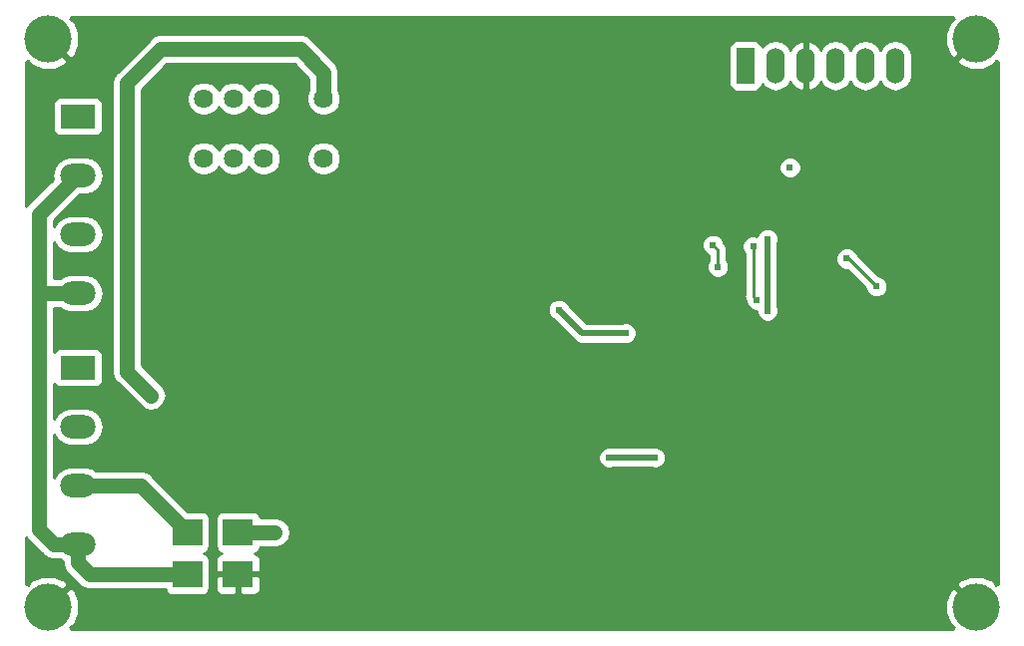
<source format=gbl>
G04 #@! TF.GenerationSoftware,KiCad,Pcbnew,5.0.0-fee4fd1~66~ubuntu18.04.1*
G04 #@! TF.CreationDate,2018-12-28T16:36:32-07:00*
G04 #@! TF.ProjectId,transceiver_test,7472616E736365697665725F74657374,rev?*
G04 #@! TF.SameCoordinates,Original*
G04 #@! TF.FileFunction,Copper,L2,Bot,Signal*
G04 #@! TF.FilePolarity,Positive*
%FSLAX46Y46*%
G04 Gerber Fmt 4.6, Leading zero omitted, Abs format (unit mm)*
G04 Created by KiCad (PCBNEW 5.0.0-fee4fd1~66~ubuntu18.04.1) date Fri Dec 28 16:36:32 2018*
%MOMM*%
%LPD*%
G01*
G04 APERTURE LIST*
G04 #@! TA.AperFunction,SMDPad,CuDef*
%ADD10R,2.500000X2.300000*%
G04 #@! TD*
G04 #@! TA.AperFunction,ComponentPad*
%ADD11R,3.000000X2.000000*%
G04 #@! TD*
G04 #@! TA.AperFunction,ComponentPad*
%ADD12O,3.000000X2.000000*%
G04 #@! TD*
G04 #@! TA.AperFunction,ComponentPad*
%ADD13R,1.524000X3.048000*%
G04 #@! TD*
G04 #@! TA.AperFunction,ComponentPad*
%ADD14O,1.524000X3.048000*%
G04 #@! TD*
G04 #@! TA.AperFunction,ComponentPad*
%ADD15C,1.625000*%
G04 #@! TD*
G04 #@! TA.AperFunction,ComponentPad*
%ADD16C,4.000000*%
G04 #@! TD*
G04 #@! TA.AperFunction,ViaPad*
%ADD17C,0.609600*%
G04 #@! TD*
G04 #@! TA.AperFunction,Conductor*
%ADD18C,0.508000*%
G04 #@! TD*
G04 #@! TA.AperFunction,Conductor*
%ADD19C,1.270000*%
G04 #@! TD*
G04 #@! TA.AperFunction,Conductor*
%ADD20C,0.254000*%
G04 #@! TD*
G04 APERTURE END LIST*
D10*
G04 #@! TO.P,D11,C*
G04 #@! TO.N,/Power/VIN*
X31360000Y-77470000D03*
G04 #@! TO.P,D11,A*
G04 #@! TO.N,/VIN_AC*
X27060000Y-77470000D03*
G04 #@! TD*
G04 #@! TO.P,D12,C*
G04 #@! TO.N,/VIN_GND*
X27060000Y-81026000D03*
G04 #@! TO.P,D12,A*
G04 #@! TO.N,GND*
X31360000Y-81026000D03*
G04 #@! TD*
D11*
G04 #@! TO.P,J1,1*
G04 #@! TO.N,/RF_IN*
X17780000Y-63500000D03*
D12*
G04 #@! TO.P,J1,2*
G04 #@! TO.N,/RF_OUT*
X17780000Y-68500000D03*
G04 #@! TO.P,J1,3*
G04 #@! TO.N,/VIN_AC*
X17780000Y-73500000D03*
G04 #@! TO.P,J1,4*
G04 #@! TO.N,/VIN_GND*
X17780000Y-78500000D03*
G04 #@! TD*
G04 #@! TO.P,J2,4*
G04 #@! TO.N,/VIN_GND*
X17780000Y-57164000D03*
G04 #@! TO.P,J2,3*
G04 #@! TO.N,/SW_24V_2*
X17780000Y-52164000D03*
G04 #@! TO.P,J2,2*
G04 #@! TO.N,/VIN_GND*
X17780000Y-47164000D03*
D11*
G04 #@! TO.P,J2,1*
G04 #@! TO.N,/SW_24V_1*
X17780000Y-42164000D03*
G04 #@! TD*
D13*
G04 #@! TO.P,J3,1*
G04 #@! TO.N,/MCLR*
X74422000Y-37846000D03*
D14*
G04 #@! TO.P,J3,2*
G04 #@! TO.N,Net-(J3-Pad2)*
X76962000Y-37846000D03*
G04 #@! TO.P,J3,3*
G04 #@! TO.N,GND*
X79502000Y-37846000D03*
G04 #@! TO.P,J3,4*
G04 #@! TO.N,/ICSPDAT*
X82042000Y-37846000D03*
G04 #@! TO.P,J3,5*
G04 #@! TO.N,/ICSPCLK*
X84582000Y-37846000D03*
G04 #@! TO.P,J3,6*
G04 #@! TO.N,Net-(J3-Pad6)*
X87122000Y-37846000D03*
G04 #@! TD*
D15*
G04 #@! TO.P,U1,1*
G04 #@! TO.N,+5V*
X38608000Y-40640000D03*
G04 #@! TO.P,U1,3*
G04 #@! TO.N,Net-(U1-Pad3)*
X33528000Y-40640000D03*
G04 #@! TO.P,U1,4*
G04 #@! TO.N,/VIN_AC*
X30988000Y-40640000D03*
G04 #@! TO.P,U1,5*
G04 #@! TO.N,/SW_24V_1*
X28448000Y-40640000D03*
G04 #@! TO.P,U1,8*
G04 #@! TO.N,/SW_24V_2*
X28448000Y-45720000D03*
G04 #@! TO.P,U1,9*
G04 #@! TO.N,/VIN_AC*
X30988000Y-45720000D03*
G04 #@! TO.P,U1,10*
G04 #@! TO.N,Net-(U1-Pad10)*
X33528000Y-45720000D03*
G04 #@! TO.P,U1,12*
G04 #@! TO.N,Net-(D3-PadA)*
X38608000Y-45720000D03*
G04 #@! TD*
D16*
G04 #@! TO.P,M1,1*
G04 #@! TO.N,GND*
X93980000Y-83820000D03*
G04 #@! TD*
G04 #@! TO.P,M2,1*
G04 #@! TO.N,GND*
X15240000Y-83820000D03*
G04 #@! TD*
G04 #@! TO.P,M3,1*
G04 #@! TO.N,GND*
X93980000Y-35560000D03*
G04 #@! TD*
G04 #@! TO.P,M4,1*
G04 #@! TO.N,GND*
X15240000Y-35560000D03*
G04 #@! TD*
D17*
G04 #@! TO.N,GND*
X31496000Y-74676000D03*
X31496000Y-75438000D03*
X29464000Y-84074000D03*
X31470600Y-58902600D03*
X34442400Y-62179200D03*
X36753800Y-59283600D03*
X59944000Y-71678800D03*
X67310000Y-66294000D03*
X42646600Y-63779400D03*
X43611800Y-63779400D03*
X69519800Y-55727600D03*
X39192200Y-51866800D03*
X46482000Y-41706800D03*
X76581000Y-65252600D03*
X67716400Y-82753200D03*
X52578000Y-46482000D03*
X55956200Y-52070000D03*
X52451000Y-52070000D03*
X49326800Y-58013600D03*
X81635600Y-50266600D03*
X88925400Y-50139600D03*
X82118200Y-74193400D03*
X86436200Y-74066400D03*
X90728800Y-74117200D03*
X84023200Y-68529200D03*
X38074600Y-83058000D03*
X45135800Y-76022200D03*
X41478200Y-71602600D03*
X26771600Y-52628800D03*
G04 #@! TO.N,+5V*
X66725800Y-71120000D03*
X62814200Y-71120000D03*
X23977600Y-65836800D03*
G04 #@! TO.N,+3V3*
X78181200Y-46482000D03*
X76276200Y-58648600D03*
X76276200Y-52552600D03*
X64262000Y-60553600D03*
X58572400Y-58572400D03*
G04 #@! TO.N,/Power/VIN*
X34493200Y-77470000D03*
G04 #@! TO.N,/GPIO3*
X83007200Y-54229000D03*
X85521800Y-56591200D03*
G04 #@! TO.N,/UART_RX*
X71653400Y-53060600D03*
X72059800Y-54914800D03*
G04 #@! TO.N,/SW_1*
X75057000Y-53187600D03*
X75387200Y-57734200D03*
G04 #@! TD*
D18*
G04 #@! TO.N,GND*
X52451000Y-52070000D02*
X52425600Y-52070000D01*
X88925400Y-50139600D02*
X88925400Y-50241200D01*
G04 #@! TO.N,+5V*
X62814200Y-71120000D02*
X66725800Y-71120000D01*
D19*
X38608000Y-38404800D02*
X38608000Y-40640000D01*
X23977600Y-65836800D02*
X21945600Y-63804800D01*
X21945600Y-63804800D02*
X21945600Y-39319200D01*
X21945600Y-39319200D02*
X24815800Y-36449000D01*
X24815800Y-36449000D02*
X36652200Y-36449000D01*
X36652200Y-36449000D02*
X38608000Y-38404800D01*
D18*
G04 #@! TO.N,+3V3*
X76276200Y-58648600D02*
X76276200Y-52552600D01*
X60553600Y-60553600D02*
X64262000Y-60553600D01*
X58572400Y-58572400D02*
X60553600Y-60553600D01*
D19*
G04 #@! TO.N,/Power/VIN*
X31360000Y-77470000D02*
X34493200Y-77470000D01*
G04 #@! TO.N,/VIN_AC*
X17780000Y-73500000D02*
X23090000Y-73500000D01*
X23090000Y-73500000D02*
X27060000Y-77470000D01*
G04 #@! TO.N,/VIN_GND*
X17780000Y-78500000D02*
X17780000Y-80010000D01*
X18796000Y-81026000D02*
X27060000Y-81026000D01*
X17780000Y-80010000D02*
X18796000Y-81026000D01*
X17780000Y-78500000D02*
X15762000Y-78500000D01*
X14478000Y-50466000D02*
X17780000Y-47164000D01*
X14478000Y-77216000D02*
X14478000Y-57150000D01*
X14478000Y-57150000D02*
X14478000Y-50466000D01*
X15762000Y-78500000D02*
X14478000Y-77216000D01*
X17780000Y-57164000D02*
X14478000Y-57164000D01*
X14478000Y-57164000D02*
X14478000Y-57150000D01*
D20*
G04 #@! TO.N,/GPIO3*
X83159600Y-54229000D02*
X83007200Y-54229000D01*
X85521800Y-56591200D02*
X83159600Y-54229000D01*
G04 #@! TO.N,/UART_RX*
X72059800Y-53467000D02*
X71653400Y-53060600D01*
X72059800Y-54914800D02*
X72059800Y-53467000D01*
G04 #@! TO.N,/SW_1*
X75057000Y-57404000D02*
X75057000Y-53187600D01*
X75387200Y-57734200D02*
X75057000Y-57404000D01*
G04 #@! TD*
G04 #@! TO.N,GND*
G36*
X91992226Y-33751834D02*
X92104977Y-33864585D01*
X91734257Y-34085353D01*
X91340881Y-35057012D01*
X91349287Y-36105247D01*
X91734257Y-37034647D01*
X92104978Y-37255416D01*
X93800395Y-35560000D01*
X93786252Y-35545858D01*
X93965858Y-35366252D01*
X93980000Y-35380395D01*
X93994142Y-35366252D01*
X94173748Y-35545858D01*
X94159605Y-35560000D01*
X94173748Y-35574142D01*
X93994142Y-35753748D01*
X93980000Y-35739605D01*
X92284584Y-37435022D01*
X92505353Y-37805743D01*
X93477012Y-38199119D01*
X94525247Y-38190713D01*
X95454647Y-37805743D01*
X95675415Y-37435023D01*
X95788166Y-37547774D01*
X95810001Y-37525939D01*
X95810000Y-81854060D01*
X95788166Y-81832226D01*
X95675415Y-81944977D01*
X95454647Y-81574257D01*
X94482988Y-81180881D01*
X93434753Y-81189287D01*
X92505353Y-81574257D01*
X92284584Y-81944978D01*
X93980000Y-83640395D01*
X93994142Y-83626252D01*
X94173748Y-83805858D01*
X94159605Y-83820000D01*
X94173748Y-83834142D01*
X93994142Y-84013748D01*
X93980000Y-83999605D01*
X93965858Y-84013748D01*
X93786252Y-83834142D01*
X93800395Y-83820000D01*
X92104978Y-82124584D01*
X91734257Y-82345353D01*
X91340881Y-83317012D01*
X91349287Y-84365247D01*
X91734257Y-85294647D01*
X92104977Y-85515415D01*
X91992226Y-85628166D01*
X92014060Y-85650000D01*
X17205940Y-85650000D01*
X17227774Y-85628166D01*
X17115023Y-85515415D01*
X17485743Y-85294647D01*
X17879119Y-84322988D01*
X17870713Y-83274753D01*
X17485743Y-82345353D01*
X17115022Y-82124584D01*
X15419605Y-83820000D01*
X15433748Y-83834142D01*
X15254142Y-84013748D01*
X15240000Y-83999605D01*
X15225858Y-84013748D01*
X15046252Y-83834142D01*
X15060395Y-83820000D01*
X15046252Y-83805858D01*
X15225858Y-83626252D01*
X15240000Y-83640395D01*
X16935416Y-81944978D01*
X16714647Y-81574257D01*
X15742988Y-81180881D01*
X14694753Y-81189287D01*
X13765353Y-81574257D01*
X13544585Y-81944977D01*
X13431834Y-81832226D01*
X13410000Y-81854060D01*
X13410000Y-77903562D01*
X13562382Y-78131618D01*
X13668421Y-78202471D01*
X14775530Y-79309581D01*
X14846382Y-79415618D01*
X14952418Y-79486469D01*
X14952419Y-79486470D01*
X14997064Y-79516301D01*
X15266471Y-79696313D01*
X15636920Y-79770000D01*
X15636924Y-79770000D01*
X15761999Y-79794879D01*
X15887074Y-79770000D01*
X16237768Y-79770000D01*
X16498241Y-79944042D01*
X16485121Y-80010000D01*
X16510000Y-80135075D01*
X16510000Y-80135080D01*
X16526180Y-80216419D01*
X16583688Y-80505529D01*
X16793530Y-80819580D01*
X16793532Y-80819582D01*
X16864383Y-80925618D01*
X16970419Y-80996469D01*
X17809530Y-81835581D01*
X17880382Y-81941618D01*
X18300471Y-82222313D01*
X18670920Y-82296000D01*
X18670925Y-82296000D01*
X18796000Y-82320879D01*
X18921075Y-82296000D01*
X25186429Y-82296000D01*
X25211843Y-82423765D01*
X25352191Y-82633809D01*
X25562235Y-82774157D01*
X25810000Y-82823440D01*
X28310000Y-82823440D01*
X28557765Y-82774157D01*
X28767809Y-82633809D01*
X28908157Y-82423765D01*
X28957440Y-82176000D01*
X28957440Y-81311750D01*
X29475000Y-81311750D01*
X29475000Y-82302310D01*
X29571673Y-82535699D01*
X29750302Y-82714327D01*
X29983691Y-82811000D01*
X31074250Y-82811000D01*
X31233000Y-82652250D01*
X31233000Y-81153000D01*
X31487000Y-81153000D01*
X31487000Y-82652250D01*
X31645750Y-82811000D01*
X32736309Y-82811000D01*
X32969698Y-82714327D01*
X33148327Y-82535699D01*
X33245000Y-82302310D01*
X33245000Y-81311750D01*
X33086250Y-81153000D01*
X31487000Y-81153000D01*
X31233000Y-81153000D01*
X29633750Y-81153000D01*
X29475000Y-81311750D01*
X28957440Y-81311750D01*
X28957440Y-79876000D01*
X28908157Y-79628235D01*
X28767809Y-79418191D01*
X28557765Y-79277843D01*
X28407733Y-79248000D01*
X28557765Y-79218157D01*
X28767809Y-79077809D01*
X28908157Y-78867765D01*
X28957440Y-78620000D01*
X28957440Y-76320000D01*
X29462560Y-76320000D01*
X29462560Y-78620000D01*
X29511843Y-78867765D01*
X29652191Y-79077809D01*
X29862235Y-79218157D01*
X29981545Y-79241889D01*
X29750302Y-79337673D01*
X29571673Y-79516301D01*
X29475000Y-79749690D01*
X29475000Y-80740250D01*
X29633750Y-80899000D01*
X31233000Y-80899000D01*
X31233000Y-80879000D01*
X31487000Y-80879000D01*
X31487000Y-80899000D01*
X33086250Y-80899000D01*
X33245000Y-80740250D01*
X33245000Y-79749690D01*
X33148327Y-79516301D01*
X32969698Y-79337673D01*
X32738455Y-79241889D01*
X32857765Y-79218157D01*
X33067809Y-79077809D01*
X33208157Y-78867765D01*
X33233571Y-78740000D01*
X34618280Y-78740000D01*
X34988729Y-78666313D01*
X35408818Y-78385618D01*
X35689513Y-77965529D01*
X35788080Y-77470000D01*
X35689513Y-76974471D01*
X35408818Y-76554382D01*
X34988729Y-76273687D01*
X34618280Y-76200000D01*
X33233571Y-76200000D01*
X33208157Y-76072235D01*
X33067809Y-75862191D01*
X32857765Y-75721843D01*
X32610000Y-75672560D01*
X30110000Y-75672560D01*
X29862235Y-75721843D01*
X29652191Y-75862191D01*
X29511843Y-76072235D01*
X29462560Y-76320000D01*
X28957440Y-76320000D01*
X28908157Y-76072235D01*
X28767809Y-75862191D01*
X28557765Y-75721843D01*
X28310000Y-75672560D01*
X27058611Y-75672560D01*
X24076471Y-72690421D01*
X24005618Y-72584382D01*
X23585529Y-72303687D01*
X23215080Y-72230000D01*
X23215075Y-72230000D01*
X23090000Y-72205121D01*
X22964925Y-72230000D01*
X19322232Y-72230000D01*
X18917945Y-71959864D01*
X18441031Y-71865000D01*
X17118969Y-71865000D01*
X16642055Y-71959864D01*
X16101231Y-72321231D01*
X15748000Y-72849879D01*
X15748000Y-70933062D01*
X61874400Y-70933062D01*
X61874400Y-71306938D01*
X62017476Y-71652354D01*
X62281846Y-71916724D01*
X62627262Y-72059800D01*
X63001138Y-72059800D01*
X63123780Y-72009000D01*
X66416220Y-72009000D01*
X66538862Y-72059800D01*
X66912738Y-72059800D01*
X67258154Y-71916724D01*
X67522524Y-71652354D01*
X67665600Y-71306938D01*
X67665600Y-70933062D01*
X67522524Y-70587646D01*
X67258154Y-70323276D01*
X66912738Y-70180200D01*
X66538862Y-70180200D01*
X66416220Y-70231000D01*
X63123780Y-70231000D01*
X63001138Y-70180200D01*
X62627262Y-70180200D01*
X62281846Y-70323276D01*
X62017476Y-70587646D01*
X61874400Y-70933062D01*
X15748000Y-70933062D01*
X15748000Y-69150121D01*
X16101231Y-69678769D01*
X16642055Y-70040136D01*
X17118969Y-70135000D01*
X18441031Y-70135000D01*
X18917945Y-70040136D01*
X19458769Y-69678769D01*
X19820136Y-69137945D01*
X19947031Y-68500000D01*
X19820136Y-67862055D01*
X19458769Y-67321231D01*
X18917945Y-66959864D01*
X18441031Y-66865000D01*
X17118969Y-66865000D01*
X16642055Y-66959864D01*
X16101231Y-67321231D01*
X15748000Y-67849879D01*
X15748000Y-64846775D01*
X15822191Y-64957809D01*
X16032235Y-65098157D01*
X16280000Y-65147440D01*
X19280000Y-65147440D01*
X19527765Y-65098157D01*
X19737809Y-64957809D01*
X19878157Y-64747765D01*
X19927440Y-64500000D01*
X19927440Y-62500000D01*
X19878157Y-62252235D01*
X19737809Y-62042191D01*
X19527765Y-61901843D01*
X19280000Y-61852560D01*
X16280000Y-61852560D01*
X16032235Y-61901843D01*
X15822191Y-62042191D01*
X15748000Y-62153225D01*
X15748000Y-58434000D01*
X16237768Y-58434000D01*
X16642055Y-58704136D01*
X17118969Y-58799000D01*
X18441031Y-58799000D01*
X18917945Y-58704136D01*
X19458769Y-58342769D01*
X19820136Y-57801945D01*
X19947031Y-57164000D01*
X19820136Y-56526055D01*
X19458769Y-55985231D01*
X18917945Y-55623864D01*
X18441031Y-55529000D01*
X17118969Y-55529000D01*
X16642055Y-55623864D01*
X16237768Y-55894000D01*
X15748000Y-55894000D01*
X15748000Y-52814121D01*
X16101231Y-53342769D01*
X16642055Y-53704136D01*
X17118969Y-53799000D01*
X18441031Y-53799000D01*
X18917945Y-53704136D01*
X19458769Y-53342769D01*
X19820136Y-52801945D01*
X19947031Y-52164000D01*
X19820136Y-51526055D01*
X19458769Y-50985231D01*
X18917945Y-50623864D01*
X18441031Y-50529000D01*
X17118969Y-50529000D01*
X16642055Y-50623864D01*
X16101231Y-50985231D01*
X15748000Y-51513879D01*
X15748000Y-50992050D01*
X17941051Y-48799000D01*
X18441031Y-48799000D01*
X18917945Y-48704136D01*
X19458769Y-48342769D01*
X19820136Y-47801945D01*
X19947031Y-47164000D01*
X19820136Y-46526055D01*
X19458769Y-45985231D01*
X18917945Y-45623864D01*
X18441031Y-45529000D01*
X17118969Y-45529000D01*
X16642055Y-45623864D01*
X16101231Y-45985231D01*
X15739864Y-46526055D01*
X15612969Y-47164000D01*
X15674519Y-47473431D01*
X13668419Y-49479531D01*
X13562383Y-49550382D01*
X13491532Y-49656418D01*
X13491530Y-49656420D01*
X13410000Y-49778438D01*
X13410000Y-41164000D01*
X15632560Y-41164000D01*
X15632560Y-43164000D01*
X15681843Y-43411765D01*
X15822191Y-43621809D01*
X16032235Y-43762157D01*
X16280000Y-43811440D01*
X19280000Y-43811440D01*
X19527765Y-43762157D01*
X19737809Y-43621809D01*
X19878157Y-43411765D01*
X19927440Y-43164000D01*
X19927440Y-41164000D01*
X19878157Y-40916235D01*
X19737809Y-40706191D01*
X19527765Y-40565843D01*
X19280000Y-40516560D01*
X16280000Y-40516560D01*
X16032235Y-40565843D01*
X15822191Y-40706191D01*
X15681843Y-40916235D01*
X15632560Y-41164000D01*
X13410000Y-41164000D01*
X13410000Y-39319200D01*
X20650721Y-39319200D01*
X20675601Y-39444280D01*
X20675600Y-63679725D01*
X20650721Y-63804800D01*
X20675600Y-63929875D01*
X20675600Y-63929879D01*
X20749287Y-64300328D01*
X21029982Y-64720418D01*
X21136021Y-64791271D01*
X23168019Y-66823270D01*
X23482070Y-67033112D01*
X23977600Y-67131679D01*
X24473129Y-67033112D01*
X24893218Y-66752418D01*
X25173912Y-66332329D01*
X25272479Y-65836800D01*
X25173912Y-65341270D01*
X24964070Y-65027219D01*
X23215600Y-63278750D01*
X23215600Y-58385462D01*
X57632600Y-58385462D01*
X57632600Y-58759338D01*
X57775676Y-59104754D01*
X58040046Y-59369124D01*
X58162689Y-59419925D01*
X59863071Y-61120307D01*
X59912667Y-61194533D01*
X60206730Y-61391019D01*
X60466044Y-61442600D01*
X60466045Y-61442600D01*
X60553600Y-61460016D01*
X60641155Y-61442600D01*
X63952420Y-61442600D01*
X64075062Y-61493400D01*
X64448938Y-61493400D01*
X64794354Y-61350324D01*
X65058724Y-61085954D01*
X65201800Y-60740538D01*
X65201800Y-60366662D01*
X65058724Y-60021246D01*
X64794354Y-59756876D01*
X64448938Y-59613800D01*
X64075062Y-59613800D01*
X63952420Y-59664600D01*
X60921836Y-59664600D01*
X59419925Y-58162689D01*
X59369124Y-58040046D01*
X59104754Y-57775676D01*
X58759338Y-57632600D01*
X58385462Y-57632600D01*
X58040046Y-57775676D01*
X57775676Y-58040046D01*
X57632600Y-58385462D01*
X23215600Y-58385462D01*
X23215600Y-52873662D01*
X70713600Y-52873662D01*
X70713600Y-53247538D01*
X70856676Y-53592954D01*
X71121046Y-53857324D01*
X71297801Y-53930538D01*
X71297800Y-54347722D01*
X71263076Y-54382446D01*
X71120000Y-54727862D01*
X71120000Y-55101738D01*
X71263076Y-55447154D01*
X71527446Y-55711524D01*
X71872862Y-55854600D01*
X72246738Y-55854600D01*
X72592154Y-55711524D01*
X72856524Y-55447154D01*
X72999600Y-55101738D01*
X72999600Y-54727862D01*
X72856524Y-54382446D01*
X72821800Y-54347722D01*
X72821800Y-53542042D01*
X72836727Y-53466999D01*
X72821800Y-53391956D01*
X72821800Y-53391952D01*
X72777588Y-53169683D01*
X72664652Y-53000662D01*
X74117200Y-53000662D01*
X74117200Y-53374538D01*
X74260276Y-53719954D01*
X74295001Y-53754679D01*
X74295000Y-57328957D01*
X74280073Y-57404000D01*
X74295000Y-57479043D01*
X74295000Y-57479047D01*
X74339212Y-57701316D01*
X74447400Y-57863232D01*
X74447400Y-57921138D01*
X74590476Y-58266554D01*
X74854846Y-58530924D01*
X75200262Y-58674000D01*
X75336400Y-58674000D01*
X75336400Y-58835538D01*
X75479476Y-59180954D01*
X75743846Y-59445324D01*
X76089262Y-59588400D01*
X76463138Y-59588400D01*
X76808554Y-59445324D01*
X77072924Y-59180954D01*
X77216000Y-58835538D01*
X77216000Y-58461662D01*
X77165200Y-58339020D01*
X77165200Y-54042062D01*
X82067400Y-54042062D01*
X82067400Y-54415938D01*
X82210476Y-54761354D01*
X82474846Y-55025724D01*
X82820262Y-55168800D01*
X83021770Y-55168800D01*
X84582000Y-56729031D01*
X84582000Y-56778138D01*
X84725076Y-57123554D01*
X84989446Y-57387924D01*
X85334862Y-57531000D01*
X85708738Y-57531000D01*
X86054154Y-57387924D01*
X86318524Y-57123554D01*
X86461600Y-56778138D01*
X86461600Y-56404262D01*
X86318524Y-56058846D01*
X86054154Y-55794476D01*
X85708738Y-55651400D01*
X85659631Y-55651400D01*
X83873961Y-53865731D01*
X83803924Y-53696646D01*
X83539554Y-53432276D01*
X83194138Y-53289200D01*
X82820262Y-53289200D01*
X82474846Y-53432276D01*
X82210476Y-53696646D01*
X82067400Y-54042062D01*
X77165200Y-54042062D01*
X77165200Y-52862180D01*
X77216000Y-52739538D01*
X77216000Y-52365662D01*
X77072924Y-52020246D01*
X76808554Y-51755876D01*
X76463138Y-51612800D01*
X76089262Y-51612800D01*
X75743846Y-51755876D01*
X75479476Y-52020246D01*
X75364530Y-52297751D01*
X75243938Y-52247800D01*
X74870062Y-52247800D01*
X74524646Y-52390876D01*
X74260276Y-52655246D01*
X74117200Y-53000662D01*
X72664652Y-53000662D01*
X72609171Y-52917629D01*
X72593200Y-52906958D01*
X72593200Y-52873662D01*
X72450124Y-52528246D01*
X72185754Y-52263876D01*
X71840338Y-52120800D01*
X71466462Y-52120800D01*
X71121046Y-52263876D01*
X70856676Y-52528246D01*
X70713600Y-52873662D01*
X23215600Y-52873662D01*
X23215600Y-45432074D01*
X27000500Y-45432074D01*
X27000500Y-46007926D01*
X27220869Y-46539943D01*
X27628057Y-46947131D01*
X28160074Y-47167500D01*
X28735926Y-47167500D01*
X29267943Y-46947131D01*
X29675131Y-46539943D01*
X29718000Y-46436448D01*
X29760869Y-46539943D01*
X30168057Y-46947131D01*
X30700074Y-47167500D01*
X31275926Y-47167500D01*
X31807943Y-46947131D01*
X32215131Y-46539943D01*
X32258000Y-46436448D01*
X32300869Y-46539943D01*
X32708057Y-46947131D01*
X33240074Y-47167500D01*
X33815926Y-47167500D01*
X34347943Y-46947131D01*
X34755131Y-46539943D01*
X34975500Y-46007926D01*
X34975500Y-45432074D01*
X37160500Y-45432074D01*
X37160500Y-46007926D01*
X37380869Y-46539943D01*
X37788057Y-46947131D01*
X38320074Y-47167500D01*
X38895926Y-47167500D01*
X39427943Y-46947131D01*
X39835131Y-46539943D01*
X39936564Y-46295062D01*
X77241400Y-46295062D01*
X77241400Y-46668938D01*
X77384476Y-47014354D01*
X77648846Y-47278724D01*
X77994262Y-47421800D01*
X78368138Y-47421800D01*
X78713554Y-47278724D01*
X78977924Y-47014354D01*
X79121000Y-46668938D01*
X79121000Y-46295062D01*
X78977924Y-45949646D01*
X78713554Y-45685276D01*
X78368138Y-45542200D01*
X77994262Y-45542200D01*
X77648846Y-45685276D01*
X77384476Y-45949646D01*
X77241400Y-46295062D01*
X39936564Y-46295062D01*
X40055500Y-46007926D01*
X40055500Y-45432074D01*
X39835131Y-44900057D01*
X39427943Y-44492869D01*
X38895926Y-44272500D01*
X38320074Y-44272500D01*
X37788057Y-44492869D01*
X37380869Y-44900057D01*
X37160500Y-45432074D01*
X34975500Y-45432074D01*
X34755131Y-44900057D01*
X34347943Y-44492869D01*
X33815926Y-44272500D01*
X33240074Y-44272500D01*
X32708057Y-44492869D01*
X32300869Y-44900057D01*
X32258000Y-45003552D01*
X32215131Y-44900057D01*
X31807943Y-44492869D01*
X31275926Y-44272500D01*
X30700074Y-44272500D01*
X30168057Y-44492869D01*
X29760869Y-44900057D01*
X29718000Y-45003552D01*
X29675131Y-44900057D01*
X29267943Y-44492869D01*
X28735926Y-44272500D01*
X28160074Y-44272500D01*
X27628057Y-44492869D01*
X27220869Y-44900057D01*
X27000500Y-45432074D01*
X23215600Y-45432074D01*
X23215600Y-40352074D01*
X27000500Y-40352074D01*
X27000500Y-40927926D01*
X27220869Y-41459943D01*
X27628057Y-41867131D01*
X28160074Y-42087500D01*
X28735926Y-42087500D01*
X29267943Y-41867131D01*
X29675131Y-41459943D01*
X29718000Y-41356448D01*
X29760869Y-41459943D01*
X30168057Y-41867131D01*
X30700074Y-42087500D01*
X31275926Y-42087500D01*
X31807943Y-41867131D01*
X32215131Y-41459943D01*
X32258000Y-41356448D01*
X32300869Y-41459943D01*
X32708057Y-41867131D01*
X33240074Y-42087500D01*
X33815926Y-42087500D01*
X34347943Y-41867131D01*
X34755131Y-41459943D01*
X34975500Y-40927926D01*
X34975500Y-40352074D01*
X34755131Y-39820057D01*
X34347943Y-39412869D01*
X33815926Y-39192500D01*
X33240074Y-39192500D01*
X32708057Y-39412869D01*
X32300869Y-39820057D01*
X32258000Y-39923552D01*
X32215131Y-39820057D01*
X31807943Y-39412869D01*
X31275926Y-39192500D01*
X30700074Y-39192500D01*
X30168057Y-39412869D01*
X29760869Y-39820057D01*
X29718000Y-39923552D01*
X29675131Y-39820057D01*
X29267943Y-39412869D01*
X28735926Y-39192500D01*
X28160074Y-39192500D01*
X27628057Y-39412869D01*
X27220869Y-39820057D01*
X27000500Y-40352074D01*
X23215600Y-40352074D01*
X23215600Y-39845250D01*
X25341851Y-37719000D01*
X36126150Y-37719000D01*
X37338000Y-38930851D01*
X37338001Y-39923550D01*
X37160500Y-40352074D01*
X37160500Y-40927926D01*
X37380869Y-41459943D01*
X37788057Y-41867131D01*
X38320074Y-42087500D01*
X38895926Y-42087500D01*
X39427943Y-41867131D01*
X39835131Y-41459943D01*
X40055500Y-40927926D01*
X40055500Y-40352074D01*
X39878000Y-39923552D01*
X39878000Y-38529876D01*
X39902879Y-38404800D01*
X39878000Y-38279721D01*
X39878000Y-38279720D01*
X39804313Y-37909271D01*
X39804313Y-37909270D01*
X39594470Y-37595219D01*
X39594469Y-37595218D01*
X39523618Y-37489182D01*
X39417582Y-37418331D01*
X38321251Y-36322000D01*
X73012560Y-36322000D01*
X73012560Y-39370000D01*
X73061843Y-39617765D01*
X73202191Y-39827809D01*
X73412235Y-39968157D01*
X73660000Y-40017440D01*
X75184000Y-40017440D01*
X75431765Y-39968157D01*
X75641809Y-39827809D01*
X75782157Y-39617765D01*
X75822162Y-39416642D01*
X75954821Y-39615180D01*
X76416919Y-39923944D01*
X76962000Y-40032368D01*
X77507082Y-39923944D01*
X77969180Y-39615180D01*
X78243580Y-39204511D01*
X78259941Y-39259941D01*
X78603974Y-39685630D01*
X79084723Y-39947260D01*
X79158930Y-39962220D01*
X79375000Y-39839720D01*
X79375000Y-37973000D01*
X79355000Y-37973000D01*
X79355000Y-37719000D01*
X79375000Y-37719000D01*
X79375000Y-35852280D01*
X79629000Y-35852280D01*
X79629000Y-37719000D01*
X79649000Y-37719000D01*
X79649000Y-37973000D01*
X79629000Y-37973000D01*
X79629000Y-39839720D01*
X79845070Y-39962220D01*
X79919277Y-39947260D01*
X80400026Y-39685630D01*
X80744059Y-39259941D01*
X80760420Y-39204510D01*
X81034821Y-39615180D01*
X81496919Y-39923944D01*
X82042000Y-40032368D01*
X82587082Y-39923944D01*
X83049180Y-39615180D01*
X83312001Y-39221841D01*
X83574821Y-39615180D01*
X84036919Y-39923944D01*
X84582000Y-40032368D01*
X85127082Y-39923944D01*
X85589180Y-39615180D01*
X85852001Y-39221841D01*
X86114821Y-39615180D01*
X86576919Y-39923944D01*
X87122000Y-40032368D01*
X87667082Y-39923944D01*
X88129180Y-39615180D01*
X88437944Y-39153082D01*
X88519000Y-38745588D01*
X88519000Y-36946412D01*
X88437944Y-36538918D01*
X88129179Y-36076820D01*
X87667081Y-35768056D01*
X87122000Y-35659632D01*
X86576918Y-35768056D01*
X86114820Y-36076821D01*
X85852000Y-36470159D01*
X85589179Y-36076820D01*
X85127081Y-35768056D01*
X84582000Y-35659632D01*
X84036918Y-35768056D01*
X83574820Y-36076821D01*
X83312000Y-36470159D01*
X83049179Y-36076820D01*
X82587081Y-35768056D01*
X82042000Y-35659632D01*
X81496918Y-35768056D01*
X81034820Y-36076821D01*
X80760420Y-36487490D01*
X80744059Y-36432059D01*
X80400026Y-36006370D01*
X79919277Y-35744740D01*
X79845070Y-35729780D01*
X79629000Y-35852280D01*
X79375000Y-35852280D01*
X79158930Y-35729780D01*
X79084723Y-35744740D01*
X78603974Y-36006370D01*
X78259941Y-36432059D01*
X78243580Y-36487489D01*
X77969179Y-36076820D01*
X77507081Y-35768056D01*
X76962000Y-35659632D01*
X76416918Y-35768056D01*
X75954820Y-36076821D01*
X75822162Y-36275357D01*
X75782157Y-36074235D01*
X75641809Y-35864191D01*
X75431765Y-35723843D01*
X75184000Y-35674560D01*
X73660000Y-35674560D01*
X73412235Y-35723843D01*
X73202191Y-35864191D01*
X73061843Y-36074235D01*
X73012560Y-36322000D01*
X38321251Y-36322000D01*
X37638671Y-35639421D01*
X37567818Y-35533382D01*
X37147729Y-35252687D01*
X36777280Y-35179000D01*
X36777275Y-35179000D01*
X36652200Y-35154121D01*
X36527125Y-35179000D01*
X24940876Y-35179000D01*
X24815800Y-35154121D01*
X24690724Y-35179000D01*
X24690720Y-35179000D01*
X24320271Y-35252687D01*
X23900182Y-35533382D01*
X23829331Y-35639419D01*
X21136019Y-38332731D01*
X21029983Y-38403582D01*
X20959132Y-38509618D01*
X20959130Y-38509620D01*
X20749288Y-38823671D01*
X20650721Y-39319200D01*
X13410000Y-39319200D01*
X13410000Y-37525940D01*
X13431834Y-37547774D01*
X13544585Y-37435023D01*
X13765353Y-37805743D01*
X14737012Y-38199119D01*
X15785247Y-38190713D01*
X16714647Y-37805743D01*
X16935416Y-37435022D01*
X15240000Y-35739605D01*
X15225858Y-35753748D01*
X15046252Y-35574142D01*
X15060395Y-35560000D01*
X15046252Y-35545858D01*
X15225858Y-35366252D01*
X15240000Y-35380395D01*
X15254142Y-35366252D01*
X15433748Y-35545858D01*
X15419605Y-35560000D01*
X17115022Y-37255416D01*
X17485743Y-37034647D01*
X17879119Y-36062988D01*
X17870713Y-35014753D01*
X17485743Y-34085353D01*
X17115023Y-33864585D01*
X17227774Y-33751834D01*
X17205940Y-33730000D01*
X92014060Y-33730000D01*
X91992226Y-33751834D01*
X91992226Y-33751834D01*
G37*
X91992226Y-33751834D02*
X92104977Y-33864585D01*
X91734257Y-34085353D01*
X91340881Y-35057012D01*
X91349287Y-36105247D01*
X91734257Y-37034647D01*
X92104978Y-37255416D01*
X93800395Y-35560000D01*
X93786252Y-35545858D01*
X93965858Y-35366252D01*
X93980000Y-35380395D01*
X93994142Y-35366252D01*
X94173748Y-35545858D01*
X94159605Y-35560000D01*
X94173748Y-35574142D01*
X93994142Y-35753748D01*
X93980000Y-35739605D01*
X92284584Y-37435022D01*
X92505353Y-37805743D01*
X93477012Y-38199119D01*
X94525247Y-38190713D01*
X95454647Y-37805743D01*
X95675415Y-37435023D01*
X95788166Y-37547774D01*
X95810001Y-37525939D01*
X95810000Y-81854060D01*
X95788166Y-81832226D01*
X95675415Y-81944977D01*
X95454647Y-81574257D01*
X94482988Y-81180881D01*
X93434753Y-81189287D01*
X92505353Y-81574257D01*
X92284584Y-81944978D01*
X93980000Y-83640395D01*
X93994142Y-83626252D01*
X94173748Y-83805858D01*
X94159605Y-83820000D01*
X94173748Y-83834142D01*
X93994142Y-84013748D01*
X93980000Y-83999605D01*
X93965858Y-84013748D01*
X93786252Y-83834142D01*
X93800395Y-83820000D01*
X92104978Y-82124584D01*
X91734257Y-82345353D01*
X91340881Y-83317012D01*
X91349287Y-84365247D01*
X91734257Y-85294647D01*
X92104977Y-85515415D01*
X91992226Y-85628166D01*
X92014060Y-85650000D01*
X17205940Y-85650000D01*
X17227774Y-85628166D01*
X17115023Y-85515415D01*
X17485743Y-85294647D01*
X17879119Y-84322988D01*
X17870713Y-83274753D01*
X17485743Y-82345353D01*
X17115022Y-82124584D01*
X15419605Y-83820000D01*
X15433748Y-83834142D01*
X15254142Y-84013748D01*
X15240000Y-83999605D01*
X15225858Y-84013748D01*
X15046252Y-83834142D01*
X15060395Y-83820000D01*
X15046252Y-83805858D01*
X15225858Y-83626252D01*
X15240000Y-83640395D01*
X16935416Y-81944978D01*
X16714647Y-81574257D01*
X15742988Y-81180881D01*
X14694753Y-81189287D01*
X13765353Y-81574257D01*
X13544585Y-81944977D01*
X13431834Y-81832226D01*
X13410000Y-81854060D01*
X13410000Y-77903562D01*
X13562382Y-78131618D01*
X13668421Y-78202471D01*
X14775530Y-79309581D01*
X14846382Y-79415618D01*
X14952418Y-79486469D01*
X14952419Y-79486470D01*
X14997064Y-79516301D01*
X15266471Y-79696313D01*
X15636920Y-79770000D01*
X15636924Y-79770000D01*
X15761999Y-79794879D01*
X15887074Y-79770000D01*
X16237768Y-79770000D01*
X16498241Y-79944042D01*
X16485121Y-80010000D01*
X16510000Y-80135075D01*
X16510000Y-80135080D01*
X16526180Y-80216419D01*
X16583688Y-80505529D01*
X16793530Y-80819580D01*
X16793532Y-80819582D01*
X16864383Y-80925618D01*
X16970419Y-80996469D01*
X17809530Y-81835581D01*
X17880382Y-81941618D01*
X18300471Y-82222313D01*
X18670920Y-82296000D01*
X18670925Y-82296000D01*
X18796000Y-82320879D01*
X18921075Y-82296000D01*
X25186429Y-82296000D01*
X25211843Y-82423765D01*
X25352191Y-82633809D01*
X25562235Y-82774157D01*
X25810000Y-82823440D01*
X28310000Y-82823440D01*
X28557765Y-82774157D01*
X28767809Y-82633809D01*
X28908157Y-82423765D01*
X28957440Y-82176000D01*
X28957440Y-81311750D01*
X29475000Y-81311750D01*
X29475000Y-82302310D01*
X29571673Y-82535699D01*
X29750302Y-82714327D01*
X29983691Y-82811000D01*
X31074250Y-82811000D01*
X31233000Y-82652250D01*
X31233000Y-81153000D01*
X31487000Y-81153000D01*
X31487000Y-82652250D01*
X31645750Y-82811000D01*
X32736309Y-82811000D01*
X32969698Y-82714327D01*
X33148327Y-82535699D01*
X33245000Y-82302310D01*
X33245000Y-81311750D01*
X33086250Y-81153000D01*
X31487000Y-81153000D01*
X31233000Y-81153000D01*
X29633750Y-81153000D01*
X29475000Y-81311750D01*
X28957440Y-81311750D01*
X28957440Y-79876000D01*
X28908157Y-79628235D01*
X28767809Y-79418191D01*
X28557765Y-79277843D01*
X28407733Y-79248000D01*
X28557765Y-79218157D01*
X28767809Y-79077809D01*
X28908157Y-78867765D01*
X28957440Y-78620000D01*
X28957440Y-76320000D01*
X29462560Y-76320000D01*
X29462560Y-78620000D01*
X29511843Y-78867765D01*
X29652191Y-79077809D01*
X29862235Y-79218157D01*
X29981545Y-79241889D01*
X29750302Y-79337673D01*
X29571673Y-79516301D01*
X29475000Y-79749690D01*
X29475000Y-80740250D01*
X29633750Y-80899000D01*
X31233000Y-80899000D01*
X31233000Y-80879000D01*
X31487000Y-80879000D01*
X31487000Y-80899000D01*
X33086250Y-80899000D01*
X33245000Y-80740250D01*
X33245000Y-79749690D01*
X33148327Y-79516301D01*
X32969698Y-79337673D01*
X32738455Y-79241889D01*
X32857765Y-79218157D01*
X33067809Y-79077809D01*
X33208157Y-78867765D01*
X33233571Y-78740000D01*
X34618280Y-78740000D01*
X34988729Y-78666313D01*
X35408818Y-78385618D01*
X35689513Y-77965529D01*
X35788080Y-77470000D01*
X35689513Y-76974471D01*
X35408818Y-76554382D01*
X34988729Y-76273687D01*
X34618280Y-76200000D01*
X33233571Y-76200000D01*
X33208157Y-76072235D01*
X33067809Y-75862191D01*
X32857765Y-75721843D01*
X32610000Y-75672560D01*
X30110000Y-75672560D01*
X29862235Y-75721843D01*
X29652191Y-75862191D01*
X29511843Y-76072235D01*
X29462560Y-76320000D01*
X28957440Y-76320000D01*
X28908157Y-76072235D01*
X28767809Y-75862191D01*
X28557765Y-75721843D01*
X28310000Y-75672560D01*
X27058611Y-75672560D01*
X24076471Y-72690421D01*
X24005618Y-72584382D01*
X23585529Y-72303687D01*
X23215080Y-72230000D01*
X23215075Y-72230000D01*
X23090000Y-72205121D01*
X22964925Y-72230000D01*
X19322232Y-72230000D01*
X18917945Y-71959864D01*
X18441031Y-71865000D01*
X17118969Y-71865000D01*
X16642055Y-71959864D01*
X16101231Y-72321231D01*
X15748000Y-72849879D01*
X15748000Y-70933062D01*
X61874400Y-70933062D01*
X61874400Y-71306938D01*
X62017476Y-71652354D01*
X62281846Y-71916724D01*
X62627262Y-72059800D01*
X63001138Y-72059800D01*
X63123780Y-72009000D01*
X66416220Y-72009000D01*
X66538862Y-72059800D01*
X66912738Y-72059800D01*
X67258154Y-71916724D01*
X67522524Y-71652354D01*
X67665600Y-71306938D01*
X67665600Y-70933062D01*
X67522524Y-70587646D01*
X67258154Y-70323276D01*
X66912738Y-70180200D01*
X66538862Y-70180200D01*
X66416220Y-70231000D01*
X63123780Y-70231000D01*
X63001138Y-70180200D01*
X62627262Y-70180200D01*
X62281846Y-70323276D01*
X62017476Y-70587646D01*
X61874400Y-70933062D01*
X15748000Y-70933062D01*
X15748000Y-69150121D01*
X16101231Y-69678769D01*
X16642055Y-70040136D01*
X17118969Y-70135000D01*
X18441031Y-70135000D01*
X18917945Y-70040136D01*
X19458769Y-69678769D01*
X19820136Y-69137945D01*
X19947031Y-68500000D01*
X19820136Y-67862055D01*
X19458769Y-67321231D01*
X18917945Y-66959864D01*
X18441031Y-66865000D01*
X17118969Y-66865000D01*
X16642055Y-66959864D01*
X16101231Y-67321231D01*
X15748000Y-67849879D01*
X15748000Y-64846775D01*
X15822191Y-64957809D01*
X16032235Y-65098157D01*
X16280000Y-65147440D01*
X19280000Y-65147440D01*
X19527765Y-65098157D01*
X19737809Y-64957809D01*
X19878157Y-64747765D01*
X19927440Y-64500000D01*
X19927440Y-62500000D01*
X19878157Y-62252235D01*
X19737809Y-62042191D01*
X19527765Y-61901843D01*
X19280000Y-61852560D01*
X16280000Y-61852560D01*
X16032235Y-61901843D01*
X15822191Y-62042191D01*
X15748000Y-62153225D01*
X15748000Y-58434000D01*
X16237768Y-58434000D01*
X16642055Y-58704136D01*
X17118969Y-58799000D01*
X18441031Y-58799000D01*
X18917945Y-58704136D01*
X19458769Y-58342769D01*
X19820136Y-57801945D01*
X19947031Y-57164000D01*
X19820136Y-56526055D01*
X19458769Y-55985231D01*
X18917945Y-55623864D01*
X18441031Y-55529000D01*
X17118969Y-55529000D01*
X16642055Y-55623864D01*
X16237768Y-55894000D01*
X15748000Y-55894000D01*
X15748000Y-52814121D01*
X16101231Y-53342769D01*
X16642055Y-53704136D01*
X17118969Y-53799000D01*
X18441031Y-53799000D01*
X18917945Y-53704136D01*
X19458769Y-53342769D01*
X19820136Y-52801945D01*
X19947031Y-52164000D01*
X19820136Y-51526055D01*
X19458769Y-50985231D01*
X18917945Y-50623864D01*
X18441031Y-50529000D01*
X17118969Y-50529000D01*
X16642055Y-50623864D01*
X16101231Y-50985231D01*
X15748000Y-51513879D01*
X15748000Y-50992050D01*
X17941051Y-48799000D01*
X18441031Y-48799000D01*
X18917945Y-48704136D01*
X19458769Y-48342769D01*
X19820136Y-47801945D01*
X19947031Y-47164000D01*
X19820136Y-46526055D01*
X19458769Y-45985231D01*
X18917945Y-45623864D01*
X18441031Y-45529000D01*
X17118969Y-45529000D01*
X16642055Y-45623864D01*
X16101231Y-45985231D01*
X15739864Y-46526055D01*
X15612969Y-47164000D01*
X15674519Y-47473431D01*
X13668419Y-49479531D01*
X13562383Y-49550382D01*
X13491532Y-49656418D01*
X13491530Y-49656420D01*
X13410000Y-49778438D01*
X13410000Y-41164000D01*
X15632560Y-41164000D01*
X15632560Y-43164000D01*
X15681843Y-43411765D01*
X15822191Y-43621809D01*
X16032235Y-43762157D01*
X16280000Y-43811440D01*
X19280000Y-43811440D01*
X19527765Y-43762157D01*
X19737809Y-43621809D01*
X19878157Y-43411765D01*
X19927440Y-43164000D01*
X19927440Y-41164000D01*
X19878157Y-40916235D01*
X19737809Y-40706191D01*
X19527765Y-40565843D01*
X19280000Y-40516560D01*
X16280000Y-40516560D01*
X16032235Y-40565843D01*
X15822191Y-40706191D01*
X15681843Y-40916235D01*
X15632560Y-41164000D01*
X13410000Y-41164000D01*
X13410000Y-39319200D01*
X20650721Y-39319200D01*
X20675601Y-39444280D01*
X20675600Y-63679725D01*
X20650721Y-63804800D01*
X20675600Y-63929875D01*
X20675600Y-63929879D01*
X20749287Y-64300328D01*
X21029982Y-64720418D01*
X21136021Y-64791271D01*
X23168019Y-66823270D01*
X23482070Y-67033112D01*
X23977600Y-67131679D01*
X24473129Y-67033112D01*
X24893218Y-66752418D01*
X25173912Y-66332329D01*
X25272479Y-65836800D01*
X25173912Y-65341270D01*
X24964070Y-65027219D01*
X23215600Y-63278750D01*
X23215600Y-58385462D01*
X57632600Y-58385462D01*
X57632600Y-58759338D01*
X57775676Y-59104754D01*
X58040046Y-59369124D01*
X58162689Y-59419925D01*
X59863071Y-61120307D01*
X59912667Y-61194533D01*
X60206730Y-61391019D01*
X60466044Y-61442600D01*
X60466045Y-61442600D01*
X60553600Y-61460016D01*
X60641155Y-61442600D01*
X63952420Y-61442600D01*
X64075062Y-61493400D01*
X64448938Y-61493400D01*
X64794354Y-61350324D01*
X65058724Y-61085954D01*
X65201800Y-60740538D01*
X65201800Y-60366662D01*
X65058724Y-60021246D01*
X64794354Y-59756876D01*
X64448938Y-59613800D01*
X64075062Y-59613800D01*
X63952420Y-59664600D01*
X60921836Y-59664600D01*
X59419925Y-58162689D01*
X59369124Y-58040046D01*
X59104754Y-57775676D01*
X58759338Y-57632600D01*
X58385462Y-57632600D01*
X58040046Y-57775676D01*
X57775676Y-58040046D01*
X57632600Y-58385462D01*
X23215600Y-58385462D01*
X23215600Y-52873662D01*
X70713600Y-52873662D01*
X70713600Y-53247538D01*
X70856676Y-53592954D01*
X71121046Y-53857324D01*
X71297801Y-53930538D01*
X71297800Y-54347722D01*
X71263076Y-54382446D01*
X71120000Y-54727862D01*
X71120000Y-55101738D01*
X71263076Y-55447154D01*
X71527446Y-55711524D01*
X71872862Y-55854600D01*
X72246738Y-55854600D01*
X72592154Y-55711524D01*
X72856524Y-55447154D01*
X72999600Y-55101738D01*
X72999600Y-54727862D01*
X72856524Y-54382446D01*
X72821800Y-54347722D01*
X72821800Y-53542042D01*
X72836727Y-53466999D01*
X72821800Y-53391956D01*
X72821800Y-53391952D01*
X72777588Y-53169683D01*
X72664652Y-53000662D01*
X74117200Y-53000662D01*
X74117200Y-53374538D01*
X74260276Y-53719954D01*
X74295001Y-53754679D01*
X74295000Y-57328957D01*
X74280073Y-57404000D01*
X74295000Y-57479043D01*
X74295000Y-57479047D01*
X74339212Y-57701316D01*
X74447400Y-57863232D01*
X74447400Y-57921138D01*
X74590476Y-58266554D01*
X74854846Y-58530924D01*
X75200262Y-58674000D01*
X75336400Y-58674000D01*
X75336400Y-58835538D01*
X75479476Y-59180954D01*
X75743846Y-59445324D01*
X76089262Y-59588400D01*
X76463138Y-59588400D01*
X76808554Y-59445324D01*
X77072924Y-59180954D01*
X77216000Y-58835538D01*
X77216000Y-58461662D01*
X77165200Y-58339020D01*
X77165200Y-54042062D01*
X82067400Y-54042062D01*
X82067400Y-54415938D01*
X82210476Y-54761354D01*
X82474846Y-55025724D01*
X82820262Y-55168800D01*
X83021770Y-55168800D01*
X84582000Y-56729031D01*
X84582000Y-56778138D01*
X84725076Y-57123554D01*
X84989446Y-57387924D01*
X85334862Y-57531000D01*
X85708738Y-57531000D01*
X86054154Y-57387924D01*
X86318524Y-57123554D01*
X86461600Y-56778138D01*
X86461600Y-56404262D01*
X86318524Y-56058846D01*
X86054154Y-55794476D01*
X85708738Y-55651400D01*
X85659631Y-55651400D01*
X83873961Y-53865731D01*
X83803924Y-53696646D01*
X83539554Y-53432276D01*
X83194138Y-53289200D01*
X82820262Y-53289200D01*
X82474846Y-53432276D01*
X82210476Y-53696646D01*
X82067400Y-54042062D01*
X77165200Y-54042062D01*
X77165200Y-52862180D01*
X77216000Y-52739538D01*
X77216000Y-52365662D01*
X77072924Y-52020246D01*
X76808554Y-51755876D01*
X76463138Y-51612800D01*
X76089262Y-51612800D01*
X75743846Y-51755876D01*
X75479476Y-52020246D01*
X75364530Y-52297751D01*
X75243938Y-52247800D01*
X74870062Y-52247800D01*
X74524646Y-52390876D01*
X74260276Y-52655246D01*
X74117200Y-53000662D01*
X72664652Y-53000662D01*
X72609171Y-52917629D01*
X72593200Y-52906958D01*
X72593200Y-52873662D01*
X72450124Y-52528246D01*
X72185754Y-52263876D01*
X71840338Y-52120800D01*
X71466462Y-52120800D01*
X71121046Y-52263876D01*
X70856676Y-52528246D01*
X70713600Y-52873662D01*
X23215600Y-52873662D01*
X23215600Y-45432074D01*
X27000500Y-45432074D01*
X27000500Y-46007926D01*
X27220869Y-46539943D01*
X27628057Y-46947131D01*
X28160074Y-47167500D01*
X28735926Y-47167500D01*
X29267943Y-46947131D01*
X29675131Y-46539943D01*
X29718000Y-46436448D01*
X29760869Y-46539943D01*
X30168057Y-46947131D01*
X30700074Y-47167500D01*
X31275926Y-47167500D01*
X31807943Y-46947131D01*
X32215131Y-46539943D01*
X32258000Y-46436448D01*
X32300869Y-46539943D01*
X32708057Y-46947131D01*
X33240074Y-47167500D01*
X33815926Y-47167500D01*
X34347943Y-46947131D01*
X34755131Y-46539943D01*
X34975500Y-46007926D01*
X34975500Y-45432074D01*
X37160500Y-45432074D01*
X37160500Y-46007926D01*
X37380869Y-46539943D01*
X37788057Y-46947131D01*
X38320074Y-47167500D01*
X38895926Y-47167500D01*
X39427943Y-46947131D01*
X39835131Y-46539943D01*
X39936564Y-46295062D01*
X77241400Y-46295062D01*
X77241400Y-46668938D01*
X77384476Y-47014354D01*
X77648846Y-47278724D01*
X77994262Y-47421800D01*
X78368138Y-47421800D01*
X78713554Y-47278724D01*
X78977924Y-47014354D01*
X79121000Y-46668938D01*
X79121000Y-46295062D01*
X78977924Y-45949646D01*
X78713554Y-45685276D01*
X78368138Y-45542200D01*
X77994262Y-45542200D01*
X77648846Y-45685276D01*
X77384476Y-45949646D01*
X77241400Y-46295062D01*
X39936564Y-46295062D01*
X40055500Y-46007926D01*
X40055500Y-45432074D01*
X39835131Y-44900057D01*
X39427943Y-44492869D01*
X38895926Y-44272500D01*
X38320074Y-44272500D01*
X37788057Y-44492869D01*
X37380869Y-44900057D01*
X37160500Y-45432074D01*
X34975500Y-45432074D01*
X34755131Y-44900057D01*
X34347943Y-44492869D01*
X33815926Y-44272500D01*
X33240074Y-44272500D01*
X32708057Y-44492869D01*
X32300869Y-44900057D01*
X32258000Y-45003552D01*
X32215131Y-44900057D01*
X31807943Y-44492869D01*
X31275926Y-44272500D01*
X30700074Y-44272500D01*
X30168057Y-44492869D01*
X29760869Y-44900057D01*
X29718000Y-45003552D01*
X29675131Y-44900057D01*
X29267943Y-44492869D01*
X28735926Y-44272500D01*
X28160074Y-44272500D01*
X27628057Y-44492869D01*
X27220869Y-44900057D01*
X27000500Y-45432074D01*
X23215600Y-45432074D01*
X23215600Y-40352074D01*
X27000500Y-40352074D01*
X27000500Y-40927926D01*
X27220869Y-41459943D01*
X27628057Y-41867131D01*
X28160074Y-42087500D01*
X28735926Y-42087500D01*
X29267943Y-41867131D01*
X29675131Y-41459943D01*
X29718000Y-41356448D01*
X29760869Y-41459943D01*
X30168057Y-41867131D01*
X30700074Y-42087500D01*
X31275926Y-42087500D01*
X31807943Y-41867131D01*
X32215131Y-41459943D01*
X32258000Y-41356448D01*
X32300869Y-41459943D01*
X32708057Y-41867131D01*
X33240074Y-42087500D01*
X33815926Y-42087500D01*
X34347943Y-41867131D01*
X34755131Y-41459943D01*
X34975500Y-40927926D01*
X34975500Y-40352074D01*
X34755131Y-39820057D01*
X34347943Y-39412869D01*
X33815926Y-39192500D01*
X33240074Y-39192500D01*
X32708057Y-39412869D01*
X32300869Y-39820057D01*
X32258000Y-39923552D01*
X32215131Y-39820057D01*
X31807943Y-39412869D01*
X31275926Y-39192500D01*
X30700074Y-39192500D01*
X30168057Y-39412869D01*
X29760869Y-39820057D01*
X29718000Y-39923552D01*
X29675131Y-39820057D01*
X29267943Y-39412869D01*
X28735926Y-39192500D01*
X28160074Y-39192500D01*
X27628057Y-39412869D01*
X27220869Y-39820057D01*
X27000500Y-40352074D01*
X23215600Y-40352074D01*
X23215600Y-39845250D01*
X25341851Y-37719000D01*
X36126150Y-37719000D01*
X37338000Y-38930851D01*
X37338001Y-39923550D01*
X37160500Y-40352074D01*
X37160500Y-40927926D01*
X37380869Y-41459943D01*
X37788057Y-41867131D01*
X38320074Y-42087500D01*
X38895926Y-42087500D01*
X39427943Y-41867131D01*
X39835131Y-41459943D01*
X40055500Y-40927926D01*
X40055500Y-40352074D01*
X39878000Y-39923552D01*
X39878000Y-38529876D01*
X39902879Y-38404800D01*
X39878000Y-38279721D01*
X39878000Y-38279720D01*
X39804313Y-37909271D01*
X39804313Y-37909270D01*
X39594470Y-37595219D01*
X39594469Y-37595218D01*
X39523618Y-37489182D01*
X39417582Y-37418331D01*
X38321251Y-36322000D01*
X73012560Y-36322000D01*
X73012560Y-39370000D01*
X73061843Y-39617765D01*
X73202191Y-39827809D01*
X73412235Y-39968157D01*
X73660000Y-40017440D01*
X75184000Y-40017440D01*
X75431765Y-39968157D01*
X75641809Y-39827809D01*
X75782157Y-39617765D01*
X75822162Y-39416642D01*
X75954821Y-39615180D01*
X76416919Y-39923944D01*
X76962000Y-40032368D01*
X77507082Y-39923944D01*
X77969180Y-39615180D01*
X78243580Y-39204511D01*
X78259941Y-39259941D01*
X78603974Y-39685630D01*
X79084723Y-39947260D01*
X79158930Y-39962220D01*
X79375000Y-39839720D01*
X79375000Y-37973000D01*
X79355000Y-37973000D01*
X79355000Y-37719000D01*
X79375000Y-37719000D01*
X79375000Y-35852280D01*
X79629000Y-35852280D01*
X79629000Y-37719000D01*
X79649000Y-37719000D01*
X79649000Y-37973000D01*
X79629000Y-37973000D01*
X79629000Y-39839720D01*
X79845070Y-39962220D01*
X79919277Y-39947260D01*
X80400026Y-39685630D01*
X80744059Y-39259941D01*
X80760420Y-39204510D01*
X81034821Y-39615180D01*
X81496919Y-39923944D01*
X82042000Y-40032368D01*
X82587082Y-39923944D01*
X83049180Y-39615180D01*
X83312001Y-39221841D01*
X83574821Y-39615180D01*
X84036919Y-39923944D01*
X84582000Y-40032368D01*
X85127082Y-39923944D01*
X85589180Y-39615180D01*
X85852001Y-39221841D01*
X86114821Y-39615180D01*
X86576919Y-39923944D01*
X87122000Y-40032368D01*
X87667082Y-39923944D01*
X88129180Y-39615180D01*
X88437944Y-39153082D01*
X88519000Y-38745588D01*
X88519000Y-36946412D01*
X88437944Y-36538918D01*
X88129179Y-36076820D01*
X87667081Y-35768056D01*
X87122000Y-35659632D01*
X86576918Y-35768056D01*
X86114820Y-36076821D01*
X85852000Y-36470159D01*
X85589179Y-36076820D01*
X85127081Y-35768056D01*
X84582000Y-35659632D01*
X84036918Y-35768056D01*
X83574820Y-36076821D01*
X83312000Y-36470159D01*
X83049179Y-36076820D01*
X82587081Y-35768056D01*
X82042000Y-35659632D01*
X81496918Y-35768056D01*
X81034820Y-36076821D01*
X80760420Y-36487490D01*
X80744059Y-36432059D01*
X80400026Y-36006370D01*
X79919277Y-35744740D01*
X79845070Y-35729780D01*
X79629000Y-35852280D01*
X79375000Y-35852280D01*
X79158930Y-35729780D01*
X79084723Y-35744740D01*
X78603974Y-36006370D01*
X78259941Y-36432059D01*
X78243580Y-36487489D01*
X77969179Y-36076820D01*
X77507081Y-35768056D01*
X76962000Y-35659632D01*
X76416918Y-35768056D01*
X75954820Y-36076821D01*
X75822162Y-36275357D01*
X75782157Y-36074235D01*
X75641809Y-35864191D01*
X75431765Y-35723843D01*
X75184000Y-35674560D01*
X73660000Y-35674560D01*
X73412235Y-35723843D01*
X73202191Y-35864191D01*
X73061843Y-36074235D01*
X73012560Y-36322000D01*
X38321251Y-36322000D01*
X37638671Y-35639421D01*
X37567818Y-35533382D01*
X37147729Y-35252687D01*
X36777280Y-35179000D01*
X36777275Y-35179000D01*
X36652200Y-35154121D01*
X36527125Y-35179000D01*
X24940876Y-35179000D01*
X24815800Y-35154121D01*
X24690724Y-35179000D01*
X24690720Y-35179000D01*
X24320271Y-35252687D01*
X23900182Y-35533382D01*
X23829331Y-35639419D01*
X21136019Y-38332731D01*
X21029983Y-38403582D01*
X20959132Y-38509618D01*
X20959130Y-38509620D01*
X20749288Y-38823671D01*
X20650721Y-39319200D01*
X13410000Y-39319200D01*
X13410000Y-37525940D01*
X13431834Y-37547774D01*
X13544585Y-37435023D01*
X13765353Y-37805743D01*
X14737012Y-38199119D01*
X15785247Y-38190713D01*
X16714647Y-37805743D01*
X16935416Y-37435022D01*
X15240000Y-35739605D01*
X15225858Y-35753748D01*
X15046252Y-35574142D01*
X15060395Y-35560000D01*
X15046252Y-35545858D01*
X15225858Y-35366252D01*
X15240000Y-35380395D01*
X15254142Y-35366252D01*
X15433748Y-35545858D01*
X15419605Y-35560000D01*
X17115022Y-37255416D01*
X17485743Y-37034647D01*
X17879119Y-36062988D01*
X17870713Y-35014753D01*
X17485743Y-34085353D01*
X17115023Y-33864585D01*
X17227774Y-33751834D01*
X17205940Y-33730000D01*
X92014060Y-33730000D01*
X91992226Y-33751834D01*
G04 #@! TD*
M02*

</source>
